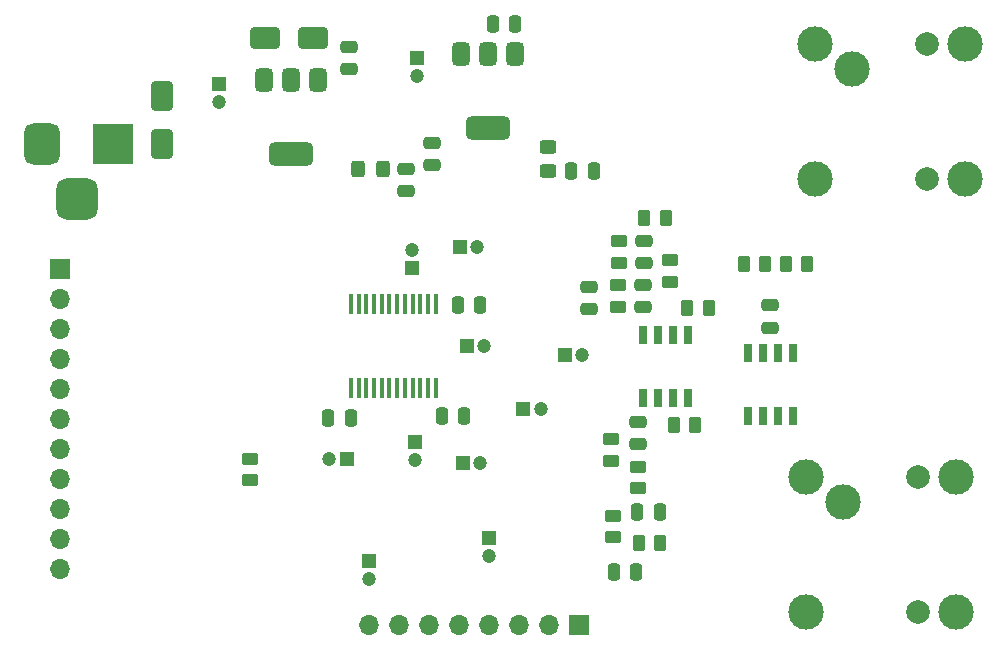
<source format=gbr>
%TF.GenerationSoftware,KiCad,Pcbnew,8.0.0*%
%TF.CreationDate,2024-09-30T13:32:15+02:00*%
%TF.ProjectId,guitar-effect,67756974-6172-42d6-9566-666563742e6b,rev?*%
%TF.SameCoordinates,Original*%
%TF.FileFunction,Soldermask,Top*%
%TF.FilePolarity,Negative*%
%FSLAX46Y46*%
G04 Gerber Fmt 4.6, Leading zero omitted, Abs format (unit mm)*
G04 Created by KiCad (PCBNEW 8.0.0) date 2024-09-30 13:32:15*
%MOMM*%
%LPD*%
G01*
G04 APERTURE LIST*
G04 Aperture macros list*
%AMRoundRect*
0 Rectangle with rounded corners*
0 $1 Rounding radius*
0 $2 $3 $4 $5 $6 $7 $8 $9 X,Y pos of 4 corners*
0 Add a 4 corners polygon primitive as box body*
4,1,4,$2,$3,$4,$5,$6,$7,$8,$9,$2,$3,0*
0 Add four circle primitives for the rounded corners*
1,1,$1+$1,$2,$3*
1,1,$1+$1,$4,$5*
1,1,$1+$1,$6,$7*
1,1,$1+$1,$8,$9*
0 Add four rect primitives between the rounded corners*
20,1,$1+$1,$2,$3,$4,$5,0*
20,1,$1+$1,$4,$5,$6,$7,0*
20,1,$1+$1,$6,$7,$8,$9,0*
20,1,$1+$1,$8,$9,$2,$3,0*%
G04 Aperture macros list end*
%ADD10RoundRect,0.875000X-0.875000X-0.875000X0.875000X-0.875000X0.875000X0.875000X-0.875000X0.875000X0*%
%ADD11RoundRect,0.750000X-0.750000X-1.000000X0.750000X-1.000000X0.750000X1.000000X-0.750000X1.000000X0*%
%ADD12R,3.500000X3.500000*%
%ADD13C,3.000000*%
%ADD14C,2.000000*%
%ADD15R,1.200000X1.200000*%
%ADD16C,1.200000*%
%ADD17RoundRect,0.250000X-1.000000X-0.650000X1.000000X-0.650000X1.000000X0.650000X-1.000000X0.650000X0*%
%ADD18RoundRect,0.250000X-0.450000X0.325000X-0.450000X-0.325000X0.450000X-0.325000X0.450000X0.325000X0*%
%ADD19RoundRect,0.250000X-0.250000X-0.475000X0.250000X-0.475000X0.250000X0.475000X-0.250000X0.475000X0*%
%ADD20R,0.650000X1.500000*%
%ADD21RoundRect,0.250000X-0.450000X0.262500X-0.450000X-0.262500X0.450000X-0.262500X0.450000X0.262500X0*%
%ADD22RoundRect,0.250000X-0.262500X-0.450000X0.262500X-0.450000X0.262500X0.450000X-0.262500X0.450000X0*%
%ADD23RoundRect,0.250000X-0.475000X0.250000X-0.475000X-0.250000X0.475000X-0.250000X0.475000X0.250000X0*%
%ADD24RoundRect,0.250000X0.262500X0.450000X-0.262500X0.450000X-0.262500X-0.450000X0.262500X-0.450000X0*%
%ADD25RoundRect,0.375000X-0.375000X0.625000X-0.375000X-0.625000X0.375000X-0.625000X0.375000X0.625000X0*%
%ADD26RoundRect,0.500000X-1.400000X0.500000X-1.400000X-0.500000X1.400000X-0.500000X1.400000X0.500000X0*%
%ADD27RoundRect,0.250000X0.250000X0.475000X-0.250000X0.475000X-0.250000X-0.475000X0.250000X-0.475000X0*%
%ADD28R,0.450000X1.800000*%
%ADD29RoundRect,0.250000X0.450000X-0.262500X0.450000X0.262500X-0.450000X0.262500X-0.450000X-0.262500X0*%
%ADD30RoundRect,0.250000X-0.325000X-0.450000X0.325000X-0.450000X0.325000X0.450000X-0.325000X0.450000X0*%
%ADD31RoundRect,0.250000X0.475000X-0.250000X0.475000X0.250000X-0.475000X0.250000X-0.475000X-0.250000X0*%
%ADD32O,1.700000X1.700000*%
%ADD33R,1.700000X1.700000*%
%ADD34RoundRect,0.250000X-0.650000X1.000000X-0.650000X-1.000000X0.650000X-1.000000X0.650000X1.000000X0*%
G04 APERTURE END LIST*
D10*
%TO.C,J1*%
X132611900Y-80408600D03*
D11*
X129611900Y-75708600D03*
D12*
X135611900Y-75708600D03*
%TD*%
D13*
%TO.C,J5*%
X194287600Y-115367800D03*
X194287600Y-103937800D03*
X206987600Y-115367800D03*
X206987600Y-103937800D03*
D14*
X203787600Y-115367800D03*
X203787600Y-103937800D03*
D13*
X197437600Y-106067800D03*
%TD*%
%TO.C,J4*%
X195049600Y-78690200D03*
X195049600Y-67260200D03*
X207749600Y-78690200D03*
X207749600Y-67260200D03*
D14*
X204549600Y-78690200D03*
X204549600Y-67260200D03*
D13*
X198199600Y-69390200D03*
%TD*%
D15*
%TO.C,C_Polarized11*%
X157337599Y-111037399D03*
D16*
X157337599Y-112537399D03*
%TD*%
D15*
%TO.C,C_Polarized10*%
X167497599Y-109132399D03*
D16*
X167497599Y-110632399D03*
%TD*%
%TO.C,C_Polarized1*%
X166750000Y-102750000D03*
D15*
X165250000Y-102750000D03*
%TD*%
D16*
%TO.C,C_Polarized6*%
X166500000Y-84500000D03*
D15*
X165000000Y-84500000D03*
%TD*%
D16*
%TO.C,C_Polarized5*%
X171850000Y-98150000D03*
D15*
X170350000Y-98150000D03*
%TD*%
D16*
%TO.C,C_Polarized2*%
X167100000Y-92800000D03*
D15*
X165600000Y-92800000D03*
%TD*%
D16*
%TO.C,C_Polarized8*%
X161000000Y-84750000D03*
D15*
X161000000Y-86250000D03*
%TD*%
D16*
%TO.C,C_Polarized12*%
X153919899Y-102369401D03*
D15*
X155419899Y-102369401D03*
%TD*%
D16*
%TO.C,C_Polarized4*%
X161399001Y-69961001D03*
D15*
X161399001Y-68461001D03*
%TD*%
D16*
%TO.C,C_Polarized9*%
X175400000Y-93600000D03*
D15*
X173900000Y-93600000D03*
%TD*%
D16*
%TO.C,C_Polarized7*%
X161250000Y-102500000D03*
D15*
X161250000Y-101000000D03*
%TD*%
D16*
%TO.C,C_Polarized3*%
X144654800Y-72144600D03*
D15*
X144654800Y-70644600D03*
%TD*%
D17*
%TO.C,D1*%
X152554900Y-66751700D03*
X148554900Y-66751700D03*
%TD*%
D18*
%TO.C,L2*%
X172500000Y-78025000D03*
X172500000Y-75975000D03*
%TD*%
D19*
%TO.C,C4*%
X169696000Y-65576800D03*
X167796000Y-65576800D03*
%TD*%
D20*
%TO.C,IC4*%
X180503300Y-91866700D03*
X181773300Y-91866700D03*
X183043300Y-91866700D03*
X184313300Y-91866700D03*
X184313300Y-97266700D03*
X183043300Y-97266700D03*
X181773300Y-97266700D03*
X180503300Y-97266700D03*
%TD*%
D21*
%TO.C,R9*%
X177836300Y-102538500D03*
X177836300Y-100713500D03*
%TD*%
D22*
%TO.C,R4*%
X182000000Y-109500000D03*
X180175000Y-109500000D03*
%TD*%
D23*
%TO.C,C5*%
X162700000Y-77550000D03*
X162700000Y-75650000D03*
%TD*%
D24*
%TO.C,R14*%
X183121400Y-99545100D03*
X184946400Y-99545100D03*
%TD*%
D22*
%TO.C,R17*%
X194432700Y-85881800D03*
X192607700Y-85881800D03*
%TD*%
D25*
%TO.C,U1*%
X148400000Y-70300000D03*
D26*
X150700000Y-76600000D03*
D25*
X150700000Y-70300000D03*
X153000000Y-70300000D03*
%TD*%
D27*
%TO.C,C6*%
X153884299Y-98965801D03*
X155784299Y-98965801D03*
%TD*%
D19*
%TO.C,C2*%
X166748400Y-89358499D03*
X164848400Y-89358499D03*
%TD*%
%TO.C,C1*%
X165364599Y-98762601D03*
X163464599Y-98762601D03*
%TD*%
D23*
%TO.C,C3*%
X155627600Y-69421600D03*
X155627600Y-67521600D03*
%TD*%
D28*
%TO.C,IC1*%
X162960399Y-96419801D03*
X162310399Y-96419801D03*
X161660399Y-96419801D03*
X161010399Y-96419801D03*
X160360399Y-96419801D03*
X159710399Y-96419801D03*
X159060399Y-96419801D03*
X158410399Y-96419801D03*
X157760399Y-96419801D03*
X157110399Y-96419801D03*
X156460399Y-96419801D03*
X155810399Y-96419801D03*
X155810399Y-89319801D03*
X156460399Y-89319801D03*
X157110399Y-89319801D03*
X157760399Y-89319801D03*
X158410399Y-89319801D03*
X159060399Y-89319801D03*
X159710399Y-89319801D03*
X160360399Y-89319801D03*
X161010399Y-89319801D03*
X161660399Y-89319801D03*
X162310399Y-89319801D03*
X162960399Y-89319801D03*
%TD*%
D25*
%TO.C,U2*%
X165125200Y-68116400D03*
D26*
X167425200Y-74416400D03*
D25*
X167425200Y-68116400D03*
X169725200Y-68116400D03*
%TD*%
D29*
%TO.C,R8*%
X178379900Y-87710600D03*
X178379900Y-89535600D03*
%TD*%
D23*
%TO.C,C11*%
X175992300Y-89725500D03*
X175992300Y-87825500D03*
%TD*%
D29*
%TO.C,R11*%
X180122300Y-103050300D03*
X180122300Y-104875300D03*
%TD*%
D21*
%TO.C,R6*%
X178450000Y-85812500D03*
X178450000Y-83987500D03*
%TD*%
D22*
%TO.C,R3*%
X182462500Y-82000000D03*
X180637500Y-82000000D03*
%TD*%
D30*
%TO.C,L1*%
X158470587Y-77855376D03*
X156420587Y-77855376D03*
%TD*%
D23*
%TO.C,C7*%
X160486087Y-79747976D03*
X160486087Y-77847976D03*
%TD*%
%TO.C,C18*%
X180564300Y-89573100D03*
X180564300Y-87673100D03*
%TD*%
D29*
%TO.C,R7*%
X178024300Y-107217800D03*
X178024300Y-109042800D03*
%TD*%
D31*
%TO.C,C19*%
X180107100Y-99255500D03*
X180107100Y-101155500D03*
%TD*%
D23*
%TO.C,C16*%
X180600000Y-85850000D03*
X180600000Y-83950000D03*
%TD*%
D19*
%TO.C,C12*%
X179950000Y-112000000D03*
X178050000Y-112000000D03*
%TD*%
D32*
%TO.C,J2*%
X131135900Y-111688200D03*
X131135900Y-109148200D03*
X131135900Y-106608200D03*
X131135900Y-104068200D03*
X131135900Y-101528200D03*
X131135900Y-98988200D03*
X131135900Y-96448200D03*
X131135900Y-93908200D03*
X131135900Y-91368200D03*
X131135900Y-88828200D03*
D33*
X131135900Y-86288200D03*
%TD*%
D34*
%TO.C,D2*%
X139800000Y-75700000D03*
X139800000Y-71700000D03*
%TD*%
D27*
%TO.C,C17*%
X180020700Y-106860300D03*
X181920700Y-106860300D03*
%TD*%
D22*
%TO.C,R16*%
X190876700Y-85881800D03*
X189051700Y-85881800D03*
%TD*%
D32*
%TO.C,J3*%
X157300000Y-116500000D03*
X159840000Y-116500000D03*
X162380000Y-116500000D03*
X164920000Y-116500000D03*
X167460000Y-116500000D03*
X170000000Y-116500000D03*
X172540000Y-116500000D03*
D33*
X175080000Y-116500000D03*
%TD*%
D31*
%TO.C,C25*%
X191300000Y-89400000D03*
X191300000Y-91300000D03*
%TD*%
D21*
%TO.C,R10*%
X182799500Y-87402000D03*
X182799500Y-85577000D03*
%TD*%
D19*
%TO.C,C8*%
X176350000Y-78000000D03*
X174450000Y-78000000D03*
%TD*%
D24*
%TO.C,R13*%
X184274600Y-89639100D03*
X186099600Y-89639100D03*
%TD*%
D20*
%TO.C,IC5*%
X189378100Y-93390700D03*
X190648100Y-93390700D03*
X191918100Y-93390700D03*
X193188100Y-93390700D03*
X193188100Y-98790700D03*
X191918100Y-98790700D03*
X190648100Y-98790700D03*
X189378100Y-98790700D03*
%TD*%
D29*
%TO.C,R1*%
X147250000Y-102387500D03*
X147250000Y-104212500D03*
%TD*%
M02*

</source>
